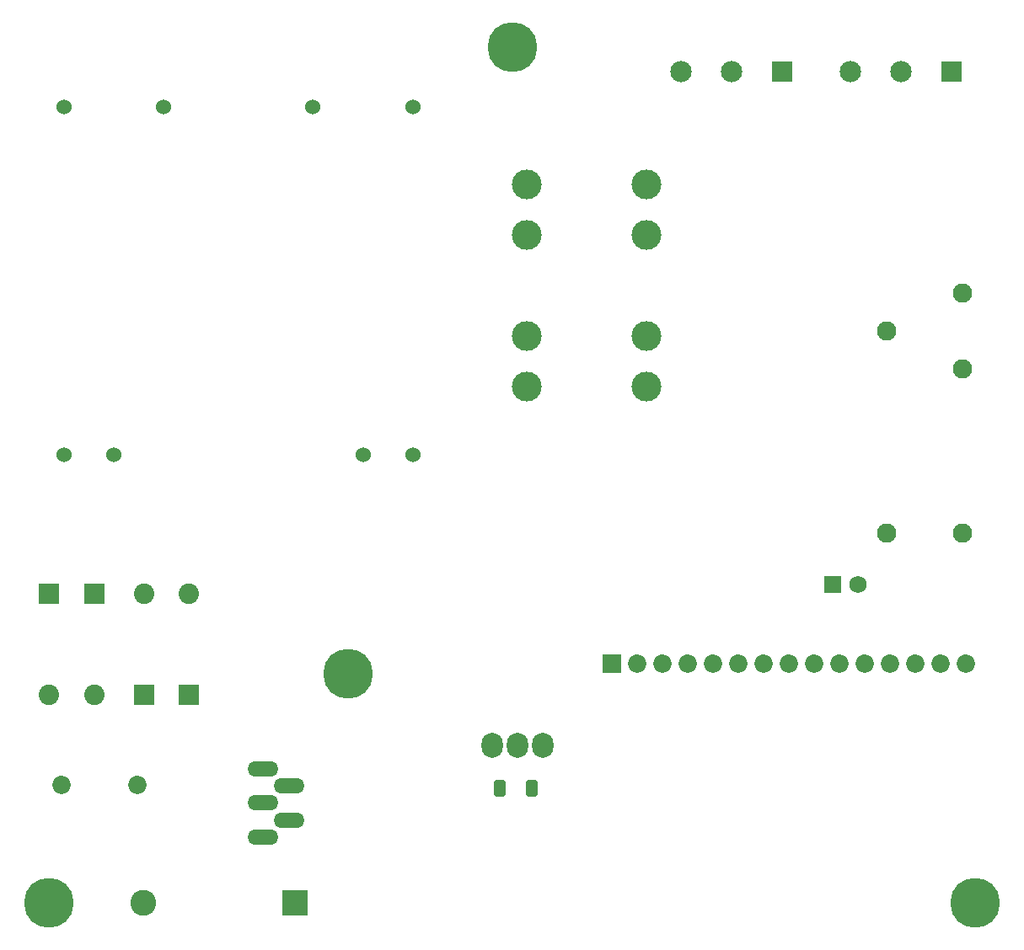
<source format=gbr>
%TF.GenerationSoftware,Altium Limited,Altium Designer,24.0.1 (36)*%
G04 Layer_Color=255*
%FSLAX45Y45*%
%MOMM*%
%TF.SameCoordinates,95B5C6B2-F670-4A0E-B731-85317CB4A22F*%
%TF.FilePolarity,Positive*%
%TF.FileFunction,Pads,Bot*%
%TF.Part,Single*%
G01*
G75*
%TA.AperFunction,SMDPad,CuDef*%
G04:AMPARAMS|DCode=10|XSize=1.14mm|YSize=1.63mm|CornerRadius=0.1425mm|HoleSize=0mm|Usage=FLASHONLY|Rotation=0.000|XOffset=0mm|YOffset=0mm|HoleType=Round|Shape=RoundedRectangle|*
%AMROUNDEDRECTD10*
21,1,1.14000,1.34500,0,0,0.0*
21,1,0.85500,1.63000,0,0,0.0*
1,1,0.28500,0.42750,-0.67250*
1,1,0.28500,-0.42750,-0.67250*
1,1,0.28500,-0.42750,0.67250*
1,1,0.28500,0.42750,0.67250*
%
%ADD10ROUNDEDRECTD10*%
%TA.AperFunction,ComponentPad*%
%ADD28C,1.85000*%
%ADD29R,1.85000X1.85000*%
%ADD30C,5.00000*%
%ADD31C,2.15000*%
%ADD32R,2.15000X2.15000*%
%ADD33C,3.00000*%
%ADD34C,1.52400*%
%ADD35C,1.95000*%
%ADD36O,2.15000X2.50000*%
%ADD37R,1.75001X1.75001*%
%ADD38C,1.75001*%
%ADD39R,2.05000X2.05000*%
%ADD40C,2.05000*%
%ADD41C,1.85001*%
%ADD42O,3.10000X1.55000*%
%ADD43C,2.60000*%
%ADD44R,2.60000X2.60000*%
D10*
X4872000Y1500000D02*
D03*
X5200000D02*
D03*
D28*
X9048000Y2750000D02*
D03*
X8794000D02*
D03*
X8540000D02*
D03*
X8286000D02*
D03*
X8032000D02*
D03*
X6762000D02*
D03*
X6508000D02*
D03*
X6254000D02*
D03*
X7016000D02*
D03*
X7270000D02*
D03*
X7524000D02*
D03*
X7778000D02*
D03*
X9302000D02*
D03*
X9556000D02*
D03*
D29*
X6000000D02*
D03*
D30*
X3350000Y2650000D02*
D03*
X9650000Y350000D02*
D03*
X5000000Y8950000D02*
D03*
X350000Y350000D02*
D03*
D31*
X8400000Y8700000D02*
D03*
X8908000D02*
D03*
X6692000D02*
D03*
X7200000D02*
D03*
D32*
X9416000D02*
D03*
X7708000D02*
D03*
D33*
X6350800Y5534300D02*
D03*
Y6042300D02*
D03*
Y7058300D02*
D03*
Y7566300D02*
D03*
X5150800Y5534300D02*
D03*
Y6042300D02*
D03*
Y7058300D02*
D03*
Y7566300D02*
D03*
D34*
X500000Y8350000D02*
D03*
X4000000D02*
D03*
X1500000D02*
D03*
X3000000D02*
D03*
X500000Y4850000D02*
D03*
X4000000D02*
D03*
X3500000D02*
D03*
X1000000D02*
D03*
D35*
X9525000Y6477000D02*
D03*
Y5715000D02*
D03*
X8763000Y6096000D02*
D03*
X9525000Y4064000D02*
D03*
X8763000D02*
D03*
D36*
X5304000Y1931666D02*
D03*
X5050000Y1931700D02*
D03*
X4796000D02*
D03*
D37*
X8223000Y3550000D02*
D03*
D38*
X8477000D02*
D03*
D39*
X1300000Y2442000D02*
D03*
X800000Y3458000D02*
D03*
X350000D02*
D03*
X1750000Y2442000D02*
D03*
D40*
X1300000Y3458000D02*
D03*
X800000Y2442000D02*
D03*
X350000D02*
D03*
X1750000Y3458000D02*
D03*
D41*
X1231000Y1529215D02*
D03*
X469000D02*
D03*
D42*
X2500000Y1690000D02*
D03*
X2760000Y1520000D02*
D03*
X2500000Y1350000D02*
D03*
X2760000Y1180000D02*
D03*
X2500000Y1010000D02*
D03*
D43*
X1297714Y350000D02*
D03*
D44*
X2821714D02*
D03*
%TF.MD5,3d6f50afdffc0ef0d44914f6a6b2577e*%
M02*

</source>
